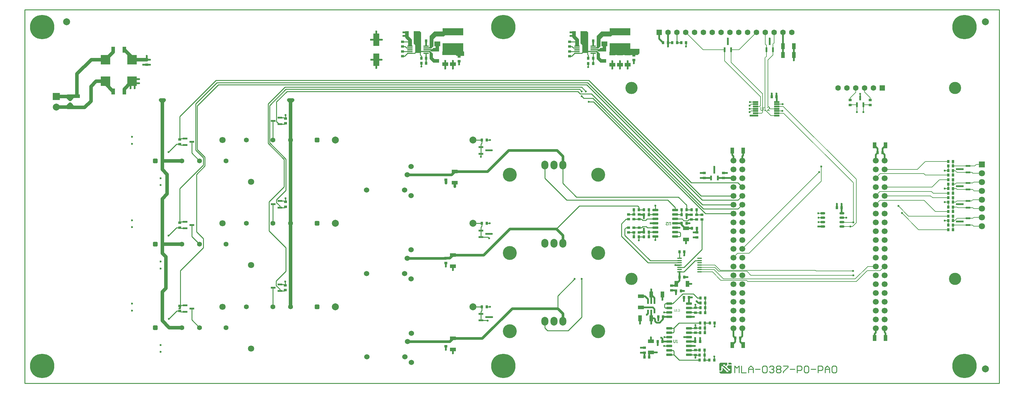
<source format=gtl>
G04 Layer_Physical_Order=1*
G04 Layer_Color=128*
%FSLAX43Y43*%
%MOMM*%
G71*
G01*
G75*
%ADD10R,2.700X2.700*%
%ADD11O,1.400X0.350*%
%ADD12R,6.000X2.000*%
%ADD13R,0.600X1.000*%
%ADD14R,0.600X1.350*%
%ADD15O,1.450X0.650*%
%ADD16R,1.800X1.340*%
%ADD17R,0.800X0.900*%
G04:AMPARAMS|DCode=18|XSize=0.45mm|YSize=1.6mm|CornerRadius=0.05mm|HoleSize=0mm|Usage=FLASHONLY|Rotation=90.000|XOffset=0mm|YOffset=0mm|HoleType=Round|Shape=RoundedRectangle|*
%AMROUNDEDRECTD18*
21,1,0.450,1.501,0,0,90.0*
21,1,0.351,1.600,0,0,90.0*
1,1,0.099,0.750,0.175*
1,1,0.099,0.750,-0.175*
1,1,0.099,-0.750,-0.175*
1,1,0.099,-0.750,0.175*
%
%ADD18ROUNDEDRECTD18*%
%ADD19R,1.800X3.550*%
%ADD20C,2.000*%
G04:AMPARAMS|DCode=21|XSize=0.65mm|YSize=1.65mm|CornerRadius=0.049mm|HoleSize=0mm|Usage=FLASHONLY|Rotation=90.000|XOffset=0mm|YOffset=0mm|HoleType=Round|Shape=RoundedRectangle|*
%AMROUNDEDRECTD21*
21,1,0.650,1.552,0,0,90.0*
21,1,0.552,1.650,0,0,90.0*
1,1,0.098,0.776,0.276*
1,1,0.098,0.776,-0.276*
1,1,0.098,-0.776,-0.276*
1,1,0.098,-0.776,0.276*
%
%ADD21ROUNDEDRECTD21*%
%ADD22R,1.700X1.000*%
%ADD23R,1.000X1.700*%
G04:AMPARAMS|DCode=24|XSize=0.3mm|YSize=1.55mm|CornerRadius=0.05mm|HoleSize=0mm|Usage=FLASHONLY|Rotation=90.000|XOffset=0mm|YOffset=0mm|HoleType=Round|Shape=RoundedRectangle|*
%AMROUNDEDRECTD24*
21,1,0.300,1.451,0,0,90.0*
21,1,0.201,1.550,0,0,90.0*
1,1,0.099,0.726,0.101*
1,1,0.099,0.726,-0.101*
1,1,0.099,-0.726,-0.101*
1,1,0.099,-0.726,0.101*
%
%ADD24ROUNDEDRECTD24*%
G04:AMPARAMS|DCode=25|XSize=1.73mm|YSize=1.9mm|CornerRadius=0.052mm|HoleSize=0mm|Usage=FLASHONLY|Rotation=0.000|XOffset=0mm|YOffset=0mm|HoleType=Round|Shape=RoundedRectangle|*
%AMROUNDEDRECTD25*
21,1,1.730,1.796,0,0,0.0*
21,1,1.626,1.900,0,0,0.0*
1,1,0.104,0.813,-0.898*
1,1,0.104,-0.813,-0.898*
1,1,0.104,-0.813,0.898*
1,1,0.104,0.813,0.898*
%
%ADD25ROUNDEDRECTD25*%
%ADD26R,1.350X0.600*%
%ADD27R,0.900X0.800*%
%ADD28C,0.500*%
%ADD29C,0.150*%
%ADD30C,0.250*%
%ADD31C,1.000*%
%ADD32C,0.200*%
%ADD33C,0.750*%
%ADD34C,0.300*%
%ADD35C,0.400*%
%ADD36C,0.254*%
%ADD37C,0.178*%
%ADD38C,0.100*%
%ADD39O,2.000X2.500*%
%ADD40C,1.800*%
%ADD41C,1.600*%
%ADD42R,1.600X1.600*%
%ADD43C,1.524*%
%ADD44C,1.700*%
%ADD45C,4.000*%
%ADD46R,2.000X2.000*%
%ADD47C,7.000*%
%ADD48R,1.800X1.800*%
%ADD49C,1.400*%
G04:AMPARAMS|DCode=50|XSize=1.4mm|YSize=1.4mm|CornerRadius=0.35mm|HoleSize=0mm|Usage=FLASHONLY|Rotation=180.000|XOffset=0mm|YOffset=0mm|HoleType=Round|Shape=RoundedRectangle|*
%AMROUNDEDRECTD50*
21,1,1.400,0.700,0,0,180.0*
21,1,0.700,1.400,0,0,180.0*
1,1,0.700,-0.350,0.350*
1,1,0.700,0.350,0.350*
1,1,0.700,0.350,-0.350*
1,1,0.700,-0.350,-0.350*
%
%ADD50ROUNDEDRECTD50*%
%ADD51C,3.500*%
%ADD52C,0.600*%
G36*
X117250Y94850D02*
X117250Y93750D01*
X117725Y93275D01*
X117725Y92300D01*
X117350Y92300D01*
X116300Y93350D01*
Y95175D01*
X116150Y95325D01*
X113800D01*
Y95675D01*
X116425D01*
X117250Y94850D01*
D02*
G37*
G36*
X201842Y5932D02*
X201843Y5928D01*
X201843Y5928D01*
X201843Y5310D01*
X201842Y5306D01*
X201841Y5306D01*
X201841Y5306D01*
X201435Y4947D01*
X201432Y4946D01*
X201428Y4947D01*
X201428Y4948D01*
X201428Y4948D01*
X201212Y5140D01*
X201212Y5140D01*
X201211Y5140D01*
X201210Y5144D01*
X201210D01*
X201210Y5225D01*
X201179Y5302D01*
X201125Y5367D01*
X201058Y5414D01*
X200975Y5437D01*
X200882Y5437D01*
X200799Y5408D01*
X200729Y5359D01*
X200670Y5279D01*
X200644Y5187D01*
X200675Y5091D01*
X200737Y5011D01*
X200804Y4965D01*
X200889Y4944D01*
X200976Y4944D01*
Y4944D01*
X200978Y4943D01*
X200976Y4944D01*
X200976Y4944D01*
X200979Y4942D01*
X202112Y3940D01*
X202113Y3940D01*
X202113Y3940D01*
X202115Y3936D01*
X202114D01*
X202114Y3847D01*
X202145Y3775D01*
X202200Y3713D01*
X202267Y3666D01*
X202350Y3641D01*
X202443Y3643D01*
X202526Y3667D01*
X202595Y3713D01*
X202657Y3793D01*
X202678Y3889D01*
X202673Y3953D01*
X202640Y4007D01*
X202588Y4061D01*
X202518Y4110D01*
X202435Y4128D01*
X202349Y4128D01*
X202345Y4130D01*
X202345Y4130D01*
X201662Y4742D01*
X201662Y4742D01*
X201660Y4746D01*
X201662Y4750D01*
X201662Y4750D01*
X201663Y4750D01*
X201663Y4750D01*
X202066Y5109D01*
X202066Y5109D01*
X202069Y5110D01*
X202069Y5110D01*
X203118Y5110D01*
X203122Y5109D01*
X203124Y5105D01*
X203124D01*
X203124Y3221D01*
X203124Y3220D01*
X203124Y3220D01*
X203124Y3220D01*
X203111Y3097D01*
X203111Y3096D01*
X203111Y3097D01*
X203111Y3096D01*
X203110Y3095D01*
X203110Y3095D01*
X203055Y2984D01*
X203054Y2982D01*
X203054Y2983D01*
X202978Y2895D01*
X202977Y2895D01*
X202977Y2895D01*
X202977Y2895D01*
X202874Y2818D01*
X202873Y2818D01*
X202873Y2818D01*
X202757Y2770D01*
X202755Y2770D01*
X202755Y2770D01*
X202755Y2770D01*
X202624Y2757D01*
X202623Y2756D01*
X202623Y2756D01*
X202623Y2757D01*
X200016Y2756D01*
X200015Y2757D01*
X200015Y2757D01*
X199994Y2762D01*
X199994Y2762D01*
X199992Y2763D01*
X199992Y2763D01*
X199992Y2763D01*
X199531Y3161D01*
X199530Y3162D01*
X199528Y3166D01*
X199529Y3166D01*
X199528Y3366D01*
X199528D01*
X199530Y3370D01*
X199534Y3372D01*
X199534Y3372D01*
X200057Y3372D01*
X200085Y3384D01*
X200087Y3385D01*
X200087Y3385D01*
X200087Y3385D01*
X200117Y3390D01*
X200187Y3452D01*
X200187Y3452D01*
X200187Y3452D01*
X200187Y3452D01*
X200187Y3452D01*
X200187Y3452D01*
X200187Y3452D01*
X200232Y3486D01*
X200276Y3534D01*
X200276Y3534D01*
X200276Y3534D01*
X200276Y3534D01*
X200332Y3584D01*
X200332Y3584D01*
X200332Y3584D01*
X200380Y3616D01*
X200426Y3657D01*
X200454Y3711D01*
X200472Y3765D01*
X200472Y4034D01*
X200472Y4034D01*
X200472Y4034D01*
X200472Y4034D01*
X200472Y4034D01*
X200472Y4034D01*
X200472Y4034D01*
X200472Y4034D01*
X200472Y4034D01*
X200472Y4034D01*
X200472Y4034D01*
X200472Y4034D01*
X200480Y4142D01*
X200480Y4416D01*
X200480D01*
X200481Y4420D01*
X200486Y4422D01*
X200489Y4420D01*
X200489Y4420D01*
X200489Y4420D01*
X201577Y3460D01*
X201578Y3460D01*
X201578Y3460D01*
X201580Y3456D01*
X201579D01*
X201579Y3380D01*
X201600Y3300D01*
X201654Y3233D01*
X201729Y3186D01*
X201814Y3163D01*
X201897Y3171D01*
X201980Y3189D01*
X202061Y3238D01*
X202104Y3292D01*
X202127Y3346D01*
X202135Y3411D01*
X202112Y3506D01*
X202053Y3589D01*
X201975Y3633D01*
X201897Y3656D01*
X201806Y3656D01*
X201802Y3657D01*
X201802Y3658D01*
X200427Y4874D01*
X200360Y4920D01*
X200299Y4933D01*
X200245Y4920D01*
X200207Y4895D01*
X200169Y4849D01*
X200154Y4772D01*
X200154Y3817D01*
X200152Y3813D01*
X200152Y3813D01*
X200152Y3813D01*
X199960Y3649D01*
X199956Y3648D01*
X199956Y3648D01*
X199534Y3648D01*
Y3648D01*
X199530Y3650D01*
X199528Y3654D01*
X199529Y3654D01*
X199528Y5477D01*
X199529Y5477D01*
X199529Y5477D01*
X199545Y5591D01*
X199545Y5592D01*
X199545Y5592D01*
X199601Y5706D01*
X199601Y5707D01*
X199601Y5707D01*
X199677Y5802D01*
X199678Y5803D01*
X199679Y5803D01*
X199679Y5803D01*
X199782Y5872D01*
X199783Y5872D01*
X199783Y5872D01*
X199898Y5920D01*
X199900Y5920D01*
X199900Y5920D01*
X199900Y5920D01*
X200032Y5933D01*
X200032Y5933D01*
X200032Y5934D01*
X200032Y5933D01*
X201838Y5934D01*
X201842Y5932D01*
D02*
G37*
G36*
X126000Y95600D02*
X126200Y95400D01*
Y94200D01*
X124100D01*
X123800Y94500D01*
X120000D01*
Y96200D01*
X126000D01*
Y95600D01*
D02*
G37*
G36*
X165250Y94850D02*
X165250Y93750D01*
X165725Y93275D01*
X165725Y92300D01*
X165350Y92300D01*
X164300Y93350D01*
Y95175D01*
X164150Y95325D01*
X161800D01*
Y95675D01*
X164425D01*
X165250Y94850D01*
D02*
G37*
G36*
X200187Y3452D02*
X200187Y3452D01*
X200187Y3452D01*
X200187Y3452D01*
D01*
X200187Y3452D01*
X200187Y3452D01*
D02*
G37*
G36*
X200187Y3452D02*
X200187Y3452D01*
X200187Y3452D01*
X200187Y3452D01*
D02*
G37*
G36*
X202756Y5912D02*
X202872Y5865D01*
X202974Y5796D01*
X203051Y5701D01*
X203106Y5588D01*
X203114Y5517D01*
X203032Y5390D01*
X202608D01*
X202461Y5398D01*
X202171D01*
Y5925D01*
X202624Y5925D01*
X202756Y5912D01*
D02*
G37*
G36*
X200980Y4943D02*
X200979Y4942D01*
X200979Y4943D01*
X200978Y4943D01*
X200980Y4943D01*
D02*
G37*
G36*
X176600Y95000D02*
X176100Y94500D01*
X173900Y94500D01*
X168000Y94500D01*
Y96200D01*
X176600D01*
X176600Y95000D01*
D02*
G37*
G36*
X161850Y101000D02*
Y96750D01*
X160150D01*
Y97350D01*
X159700Y97800D01*
Y101350D01*
X161500D01*
X161850Y101000D01*
D02*
G37*
G36*
X113850D02*
Y96750D01*
X112150D01*
Y97350D01*
X111700Y97800D01*
Y101350D01*
X113500D01*
X113850Y101000D01*
D02*
G37*
G36*
X159200Y97000D02*
X158100D01*
Y98700D01*
X159200D01*
Y97000D01*
D02*
G37*
G36*
X111200D02*
X110100D01*
Y98700D01*
X111200D01*
Y97000D01*
D02*
G37*
G36*
X165550Y95500D02*
X164825Y95500D01*
X164500Y95825D01*
X163500Y95825D01*
Y96175D01*
X165025D01*
X165350Y96500D01*
X165550D01*
Y95500D01*
D02*
G37*
G36*
X117550D02*
X116825Y95500D01*
X116500Y95825D01*
X115500Y95825D01*
Y96175D01*
X117025D01*
X117350Y96500D01*
X117550D01*
Y95500D01*
D02*
G37*
G36*
X168750Y100150D02*
X168400Y99800D01*
X166200D01*
X165375Y98975D01*
Y96975D01*
X164725Y96325D01*
X163325D01*
Y96675D01*
X164175D01*
X164300Y96800D01*
Y99900D01*
X165600Y101200D01*
X168750D01*
X168750Y100150D01*
D02*
G37*
G36*
X120750D02*
X120400Y99800D01*
X118200D01*
X117375Y98975D01*
Y96975D01*
X116725Y96325D01*
X115325D01*
Y96675D01*
X116175D01*
X116300Y96800D01*
Y99900D01*
X117600Y101200D01*
X120750D01*
X120750Y100150D01*
D02*
G37*
D10*
X23190Y93110D02*
D03*
X30810D02*
D03*
Y86890D02*
D03*
X23190D02*
D03*
D11*
X193875Y32050D02*
D03*
Y32700D02*
D03*
Y33350D02*
D03*
Y34000D02*
D03*
Y34650D02*
D03*
Y35300D02*
D03*
Y35950D02*
D03*
X188125Y32050D02*
D03*
Y32700D02*
D03*
Y33350D02*
D03*
Y34000D02*
D03*
Y34650D02*
D03*
Y35300D02*
D03*
Y35950D02*
D03*
D12*
X171000Y101150D02*
D03*
Y96850D02*
D03*
X123000Y101150D02*
D03*
Y96850D02*
D03*
D13*
X179050Y23375D02*
D03*
X180000D02*
D03*
X180950D02*
D03*
Y20625D02*
D03*
X180000D02*
D03*
X179050D02*
D03*
D14*
X240000Y82075D02*
D03*
X240950Y80125D02*
D03*
X239050D02*
D03*
X198130Y61045D02*
D03*
X199080Y59095D02*
D03*
X197180D02*
D03*
X214000Y97975D02*
D03*
X214950Y96025D02*
D03*
X213050D02*
D03*
X202000Y97975D02*
D03*
X202950Y96025D02*
D03*
X201050D02*
D03*
D15*
X229275Y48905D02*
D03*
Y47635D02*
D03*
Y46365D02*
D03*
Y45095D02*
D03*
X234725Y48905D02*
D03*
Y47635D02*
D03*
Y46365D02*
D03*
Y45095D02*
D03*
D16*
X166500Y97670D02*
D03*
Y100530D02*
D03*
X118500Y97670D02*
D03*
Y100530D02*
D03*
D17*
X194000Y17300D02*
D03*
X195400D02*
D03*
X179400Y7500D02*
D03*
X178000D02*
D03*
X198200Y17300D02*
D03*
X196800D02*
D03*
X265300Y44200D02*
D03*
X266700D02*
D03*
X265300Y48100D02*
D03*
X266700D02*
D03*
X265300Y49400D02*
D03*
X266700D02*
D03*
X265300Y53400D02*
D03*
X266700D02*
D03*
X265300Y54700D02*
D03*
X266700D02*
D03*
X265300Y58600D02*
D03*
X266700D02*
D03*
X265300Y59900D02*
D03*
X266700D02*
D03*
X265300Y63800D02*
D03*
X266700D02*
D03*
Y62500D02*
D03*
X265300D02*
D03*
X266700Y61200D02*
D03*
X265300D02*
D03*
X266700Y57300D02*
D03*
X265300D02*
D03*
X266700Y56000D02*
D03*
X265300D02*
D03*
X195300Y9500D02*
D03*
X193900D02*
D03*
Y6700D02*
D03*
X195300D02*
D03*
Y8100D02*
D03*
X193900D02*
D03*
X189400Y24700D02*
D03*
X190800D02*
D03*
X182000Y19100D02*
D03*
X183400D02*
D03*
X194000Y12000D02*
D03*
X192600D02*
D03*
X188600Y98000D02*
D03*
X190000D02*
D03*
X187400D02*
D03*
X186000D02*
D03*
X266700Y52100D02*
D03*
X265300D02*
D03*
X266700Y50700D02*
D03*
X265300D02*
D03*
X266700Y46800D02*
D03*
X265300D02*
D03*
X266700Y45500D02*
D03*
X265300D02*
D03*
X113900Y93500D02*
D03*
X115300D02*
D03*
Y92100D02*
D03*
X113900D02*
D03*
X161900Y93500D02*
D03*
X163300D02*
D03*
Y92000D02*
D03*
X161900D02*
D03*
X132700Y70000D02*
D03*
X131300D02*
D03*
X190100Y48500D02*
D03*
X188700D02*
D03*
Y49900D02*
D03*
X190100D02*
D03*
X132700Y46000D02*
D03*
X131300D02*
D03*
X177900Y48500D02*
D03*
X179300D02*
D03*
Y49900D02*
D03*
X177900D02*
D03*
X132700Y22000D02*
D03*
X131300D02*
D03*
X177900Y43500D02*
D03*
X179300D02*
D03*
Y42100D02*
D03*
X177900D02*
D03*
X195500Y20300D02*
D03*
X194100D02*
D03*
Y24500D02*
D03*
X195500D02*
D03*
Y21700D02*
D03*
X194100D02*
D03*
X195400Y14500D02*
D03*
X194000D02*
D03*
X195400Y15900D02*
D03*
X194000D02*
D03*
X191700Y44600D02*
D03*
X193100D02*
D03*
X214600Y82400D02*
D03*
X216000D02*
D03*
X184800Y98000D02*
D03*
X183400D02*
D03*
X110700Y98700D02*
D03*
X112100D02*
D03*
X116700Y98500D02*
D03*
X115300D02*
D03*
X160100Y98800D02*
D03*
X158700D02*
D03*
X164700Y98500D02*
D03*
X163300D02*
D03*
X233300Y50500D02*
D03*
X234700D02*
D03*
X246430Y66370D02*
D03*
X245030D02*
D03*
X204130Y12970D02*
D03*
X205530D02*
D03*
X190100Y46000D02*
D03*
X188700D02*
D03*
X189500Y30500D02*
D03*
X188100D02*
D03*
X188500Y26600D02*
D03*
X187100D02*
D03*
X191600Y49900D02*
D03*
X193000D02*
D03*
X176400D02*
D03*
X175000D02*
D03*
X189500Y37800D02*
D03*
X188100D02*
D03*
X176400Y42100D02*
D03*
X175000D02*
D03*
X181800Y12000D02*
D03*
X183200D02*
D03*
X196700Y6700D02*
D03*
X198100D02*
D03*
X195500Y23100D02*
D03*
X194100D02*
D03*
D18*
X209950Y80950D02*
D03*
Y80300D02*
D03*
Y79650D02*
D03*
Y79000D02*
D03*
Y78350D02*
D03*
Y77700D02*
D03*
Y77050D02*
D03*
X216050Y80950D02*
D03*
Y80300D02*
D03*
Y79650D02*
D03*
Y79000D02*
D03*
Y78350D02*
D03*
Y77700D02*
D03*
Y77050D02*
D03*
D19*
X101000Y98875D02*
D03*
Y93125D02*
D03*
D20*
X12000Y104000D02*
D03*
X276000Y4100D02*
D03*
Y104000D02*
D03*
X89250Y22000D02*
D03*
X128750D02*
D03*
X9000Y79500D02*
D03*
X89250Y70000D02*
D03*
X128750D02*
D03*
X89250Y46000D02*
D03*
X128750D02*
D03*
D21*
X185175Y15810D02*
D03*
Y14540D02*
D03*
Y13270D02*
D03*
Y12000D02*
D03*
Y10730D02*
D03*
Y9460D02*
D03*
Y8190D02*
D03*
X190825Y15810D02*
D03*
Y14540D02*
D03*
Y13270D02*
D03*
Y12000D02*
D03*
Y10730D02*
D03*
Y9460D02*
D03*
Y8190D02*
D03*
X185175Y22905D02*
D03*
Y21635D02*
D03*
Y20365D02*
D03*
Y19095D02*
D03*
X190825Y22905D02*
D03*
Y21635D02*
D03*
Y20365D02*
D03*
Y19095D02*
D03*
X186825Y42190D02*
D03*
Y43460D02*
D03*
Y44730D02*
D03*
Y46000D02*
D03*
Y47270D02*
D03*
Y48540D02*
D03*
Y49810D02*
D03*
X181175Y42190D02*
D03*
Y43460D02*
D03*
Y44730D02*
D03*
Y46000D02*
D03*
Y47270D02*
D03*
Y48540D02*
D03*
Y49810D02*
D03*
D22*
X179900Y8900D02*
D03*
Y12100D02*
D03*
X177000Y25000D02*
D03*
Y21800D02*
D03*
X118200Y96000D02*
D03*
Y92800D02*
D03*
X166200Y96000D02*
D03*
Y92800D02*
D03*
X123000Y95000D02*
D03*
Y91800D02*
D03*
X120800Y95000D02*
D03*
Y91800D02*
D03*
X173200Y94900D02*
D03*
Y91700D02*
D03*
X171000Y94900D02*
D03*
Y91700D02*
D03*
X168800Y94900D02*
D03*
Y91700D02*
D03*
X15000Y82600D02*
D03*
Y79400D02*
D03*
X190000Y44600D02*
D03*
Y41400D02*
D03*
X123500Y60900D02*
D03*
Y57700D02*
D03*
X123000Y36900D02*
D03*
Y33700D02*
D03*
Y12900D02*
D03*
Y9700D02*
D03*
D23*
X28600Y96000D02*
D03*
X25400D02*
D03*
X180000Y18700D02*
D03*
X176800D02*
D03*
X180000Y25500D02*
D03*
X183200D02*
D03*
X221000Y97000D02*
D03*
X217800D02*
D03*
X221000Y94500D02*
D03*
X217800D02*
D03*
X28600Y84000D02*
D03*
X25400D02*
D03*
X109800Y100500D02*
D03*
X113000D02*
D03*
X157800Y100500D02*
D03*
X161000D02*
D03*
X203230Y66970D02*
D03*
X206430D02*
D03*
X247330Y12970D02*
D03*
X244130D02*
D03*
Y68470D02*
D03*
X247330D02*
D03*
X206430Y10970D02*
D03*
X203230D02*
D03*
X187200Y28600D02*
D03*
X190400D02*
D03*
D24*
X163325Y97000D02*
D03*
X158675D02*
D03*
Y96500D02*
D03*
Y96000D02*
D03*
Y95500D02*
D03*
Y95000D02*
D03*
X163325Y96500D02*
D03*
Y96000D02*
D03*
Y95500D02*
D03*
Y95000D02*
D03*
X115325Y97000D02*
D03*
X110675D02*
D03*
Y96500D02*
D03*
Y96000D02*
D03*
Y95500D02*
D03*
Y95000D02*
D03*
X115325Y96500D02*
D03*
Y96000D02*
D03*
Y95500D02*
D03*
Y95000D02*
D03*
D25*
X161000Y96000D02*
D03*
X113000D02*
D03*
D26*
X132975Y67000D02*
D03*
X131025Y66050D02*
D03*
Y67950D02*
D03*
X132975Y43000D02*
D03*
X131025Y42050D02*
D03*
Y43950D02*
D03*
X132975Y19000D02*
D03*
X131025Y18050D02*
D03*
Y19950D02*
D03*
X47975Y69500D02*
D03*
X46025Y68550D02*
D03*
Y70450D02*
D03*
X71325Y75500D02*
D03*
X73275Y76450D02*
D03*
Y74550D02*
D03*
X47975Y45500D02*
D03*
X46025Y44550D02*
D03*
Y46450D02*
D03*
X71325Y51500D02*
D03*
X73275Y52450D02*
D03*
Y50550D02*
D03*
X47975Y21500D02*
D03*
X46025Y20550D02*
D03*
Y22450D02*
D03*
X71325Y27500D02*
D03*
X73275Y28450D02*
D03*
Y26550D02*
D03*
X269025Y61600D02*
D03*
X270975Y62550D02*
D03*
Y60650D02*
D03*
X269025Y56700D02*
D03*
X270975Y57650D02*
D03*
Y55750D02*
D03*
X269025Y51500D02*
D03*
X270975Y52450D02*
D03*
Y50550D02*
D03*
X269025Y46500D02*
D03*
X270975Y47450D02*
D03*
Y45550D02*
D03*
D27*
X44500Y70200D02*
D03*
Y68800D02*
D03*
X74900Y74800D02*
D03*
Y76200D02*
D03*
X237100Y81500D02*
D03*
Y80100D02*
D03*
X44500Y46200D02*
D03*
Y44800D02*
D03*
X74900Y50800D02*
D03*
Y52200D02*
D03*
X242900Y81500D02*
D03*
Y80100D02*
D03*
X44500Y22200D02*
D03*
Y20800D02*
D03*
X74800Y26800D02*
D03*
Y28200D02*
D03*
X108500Y98300D02*
D03*
Y96900D02*
D03*
X156500Y98300D02*
D03*
Y96900D02*
D03*
X193000Y48500D02*
D03*
Y47100D02*
D03*
X194500D02*
D03*
Y48500D02*
D03*
X175000Y48600D02*
D03*
Y47200D02*
D03*
X173500D02*
D03*
Y48600D02*
D03*
X175000Y43400D02*
D03*
Y44800D02*
D03*
X173500D02*
D03*
Y43400D02*
D03*
X185800Y28100D02*
D03*
Y26700D02*
D03*
X108500Y95500D02*
D03*
Y94100D02*
D03*
X124750Y94050D02*
D03*
Y92650D02*
D03*
X156500Y94100D02*
D03*
Y95500D02*
D03*
X175000Y93000D02*
D03*
Y94400D02*
D03*
X35000Y91700D02*
D03*
Y93100D02*
D03*
X13000Y80300D02*
D03*
Y81700D02*
D03*
X200730Y60470D02*
D03*
Y59070D02*
D03*
X195230Y60470D02*
D03*
Y59070D02*
D03*
X193100Y42000D02*
D03*
Y43400D02*
D03*
X121000Y58600D02*
D03*
Y60000D02*
D03*
X191500Y48500D02*
D03*
Y47100D02*
D03*
X121000Y34600D02*
D03*
Y36000D02*
D03*
X176500Y48600D02*
D03*
Y47200D02*
D03*
X121000Y10600D02*
D03*
Y12000D02*
D03*
X176500Y43400D02*
D03*
Y44800D02*
D03*
X178000Y10200D02*
D03*
Y8800D02*
D03*
X192700Y9500D02*
D03*
Y8100D02*
D03*
Y20300D02*
D03*
Y21700D02*
D03*
Y14500D02*
D03*
Y15900D02*
D03*
D28*
X217800Y94500D02*
Y97000D01*
X221000Y94500D02*
Y97000D01*
X183400Y18400D02*
Y19100D01*
X182400Y17400D02*
X183400Y18400D01*
X181500Y17400D02*
X182400D01*
X181100Y17800D02*
X181500Y17400D01*
X181100Y17800D02*
Y18400D01*
X180800Y18700D02*
X181100Y18400D01*
X180000Y18700D02*
X180800D01*
X184790Y101000D02*
X184800Y101010D01*
X198130Y61045D02*
Y62270D01*
X200730Y60470D02*
X201770D01*
X194230D02*
X195230D01*
X194230Y59070D02*
X195230D01*
X195255Y59095D01*
X197180D01*
X200705D02*
X200730Y59070D01*
X199080Y59095D02*
X200705D01*
X203510Y59070D02*
X203560Y59020D01*
X200730Y59070D02*
X203510D01*
X192200Y43400D02*
X193100D01*
X192200Y42000D02*
X193100D01*
X190000Y40300D02*
Y41400D01*
X193100Y43400D02*
Y44600D01*
X190000D02*
X191700D01*
X189700D02*
X190000D01*
X188700Y45600D02*
X189700Y44600D01*
X188700Y45600D02*
Y46000D01*
X186825Y44730D02*
X188130D01*
X176500Y48600D02*
X176600Y48500D01*
X177900D01*
Y47500D02*
Y48500D01*
X179800Y46000D02*
X181175D01*
X176500Y43400D02*
X176600Y43500D01*
X177900D01*
Y44500D01*
X190100Y46000D02*
X191000D01*
X186825Y46000D02*
X186825Y46000D01*
X188700D01*
X191500Y48500D02*
X191500Y48500D01*
X190100Y48500D02*
X191500D01*
X190100Y47500D02*
Y48500D01*
X190800Y22930D02*
Y24700D01*
Y22930D02*
X190825Y22905D01*
X183400Y19100D02*
X185170D01*
X185175Y19095D01*
X190825D02*
X192295D01*
X189400Y23700D02*
Y24700D01*
X182000Y18100D02*
Y19100D01*
X190825Y12000D02*
X192600D01*
X190825Y12000D02*
X190825Y12000D01*
X194000D02*
Y13000D01*
X190825Y10730D02*
X192470D01*
X183200Y12000D02*
X185175D01*
X185175Y12000D01*
X181800Y11000D02*
Y12000D01*
X193500Y23100D02*
X194100D01*
X193000Y23600D02*
X193500Y23100D01*
X267800Y56700D02*
X269025D01*
X267800Y61600D02*
X269025D01*
X267800Y46500D02*
X269025D01*
X267800Y51500D02*
X269025D01*
X202000Y97975D02*
Y99200D01*
X214000Y97975D02*
Y99200D01*
X216050Y80950D02*
Y82350D01*
X216000Y82400D02*
X216050Y82350D01*
X214600Y82400D02*
Y83400D01*
X216000Y82400D02*
X216000Y82400D01*
X216000Y82400D02*
Y83400D01*
X208550Y77050D02*
X209950D01*
X244460Y65800D02*
X245030Y66370D01*
X244460Y64100D02*
Y65800D01*
X246430Y66370D02*
X247000Y65800D01*
Y64100D02*
Y65800D01*
X245030Y66370D02*
Y67570D01*
X244130Y68470D02*
X245030Y67570D01*
X246430Y66370D02*
Y67570D01*
X247330Y68470D01*
X206100Y64100D02*
Y65300D01*
X206430Y65630D01*
Y66970D01*
X203560Y64100D02*
Y65340D01*
X203230Y65670D02*
X203560Y65340D01*
X203230Y65670D02*
Y66970D01*
X203560Y13540D02*
Y15840D01*
Y13540D02*
X204130Y12970D01*
X206100Y13540D02*
Y15840D01*
X205530Y12970D02*
X206100Y13540D01*
X203230Y10970D02*
X204130Y11870D01*
Y12970D01*
X205530Y11870D02*
X206430Y10970D01*
X205530Y11870D02*
Y12970D01*
X244460Y14560D02*
Y15840D01*
X244130Y14230D02*
X244460Y14560D01*
X244130Y12970D02*
Y14230D01*
X247000Y14700D02*
Y15840D01*
Y14700D02*
X247330Y14370D01*
Y12970D02*
Y14370D01*
X234700Y48930D02*
Y50500D01*
Y48930D02*
X234725Y48905D01*
X234700Y50500D02*
Y51600D01*
X233300Y50500D02*
Y51600D01*
X228005Y45095D02*
X229275D01*
X132975Y67000D02*
X134200D01*
X121000Y33600D02*
Y34600D01*
X123000Y32600D02*
Y33700D01*
X121000Y9600D02*
Y10600D01*
X123000Y8600D02*
Y9700D01*
X132975Y43000D02*
X134200D01*
X132975Y19000D02*
X134300D01*
X34000Y91700D02*
X35000D01*
X36000D01*
X31600Y84900D02*
Y86100D01*
X30810Y86890D02*
X31600Y86100D01*
X30400Y84900D02*
Y86480D01*
X30600Y86680D01*
X31800Y86300D02*
X32800D01*
X31600Y86100D02*
X31800Y86300D01*
X31420Y87500D02*
X32800D01*
X30810Y86890D02*
X31420Y87500D01*
X115300Y98500D02*
X115325Y98475D01*
Y97100D02*
Y98475D01*
X123000Y91800D02*
Y92800D01*
Y90600D02*
Y91800D01*
X120800D02*
Y92800D01*
Y90600D02*
Y91800D01*
X124750Y91750D02*
Y92650D01*
X163325Y97100D02*
Y98475D01*
X99525Y93125D02*
X101000D01*
X102475D01*
X101000Y90700D02*
Y93125D01*
X168800Y91700D02*
Y92700D01*
Y90600D02*
Y91700D01*
X171000D02*
Y92700D01*
Y90600D02*
Y91700D01*
X173200D02*
Y92700D01*
Y90600D02*
Y91700D01*
X175000Y92100D02*
Y93000D01*
X185800Y26700D02*
X187000D01*
X187100Y26600D01*
Y25600D02*
Y26600D01*
X185800Y28100D02*
X186700D01*
X187200Y28600D01*
X188100Y29500D01*
Y30500D01*
Y32050D01*
X189500Y30500D02*
X190400D01*
X190400Y28600D02*
X191500D01*
X188500Y26600D02*
X189400D01*
X190800Y24700D02*
X191700D01*
X183200Y12000D02*
Y12800D01*
X182900Y13100D02*
X183200Y12800D01*
X189430Y13270D02*
X190825D01*
X192600Y12000D02*
Y13000D01*
X179400Y7500D02*
Y8400D01*
X179900Y8900D01*
X178000Y7500D02*
Y8800D01*
X178000Y8800D01*
X177000D02*
X178000D01*
X177000Y10200D02*
X178000D01*
X179900Y8900D02*
X181600D01*
X179900Y12100D02*
Y13200D01*
X180000Y23375D02*
Y25500D01*
X180000Y25500D01*
X180950Y23375D02*
Y24550D01*
X180000Y25500D02*
X180950Y24550D01*
X180000Y25500D02*
Y27000D01*
X180000Y18700D02*
Y20625D01*
Y17200D02*
Y18700D01*
X176800Y17200D02*
Y18700D01*
X179050Y20050D02*
Y20625D01*
X178700Y19700D02*
X179050Y20050D01*
X180950Y20625D02*
Y21350D01*
X180500Y21800D02*
X180950Y21350D01*
X177000Y21800D02*
X180500D01*
X179050Y23375D02*
Y24150D01*
X178200Y25000D02*
X179050Y24150D01*
X177000Y25000D02*
X178200D01*
X183200Y24000D02*
Y25500D01*
X34990Y93110D02*
Y94190D01*
X35000Y93100D02*
X36000D01*
X99425Y98875D02*
X101000D01*
X102575D01*
X101000D02*
Y101200D01*
X109300Y100000D02*
X109800Y100500D01*
X108800Y100000D02*
X109300D01*
X109300Y101000D02*
X109800Y100500D01*
X108800Y101000D02*
X109300D01*
X156800D02*
X157300D01*
X157800Y100500D01*
X156800Y100000D02*
X157300D01*
X157800Y100500D01*
X184800Y98000D02*
Y100990D01*
X184790Y101000D02*
X184800Y100990D01*
Y96900D02*
Y98000D01*
X182250Y99150D02*
Y101000D01*
Y99150D02*
X183400Y98000D01*
X217800Y97000D02*
Y100990D01*
X217810Y101000D01*
X221000Y92900D02*
Y94500D01*
D29*
X208300Y78000D02*
X208650Y78350D01*
X209950D01*
X208300Y79900D02*
X208700Y80300D01*
X209950D01*
X238730Y83730D02*
Y85000D01*
X237100Y82100D02*
X238730Y83730D01*
X237100Y81500D02*
Y82100D01*
X241270Y83830D02*
Y85000D01*
Y83830D02*
X242900Y82200D01*
Y81500D02*
Y82200D01*
X242875Y80125D02*
X242900Y80100D01*
X240950Y80125D02*
X242875D01*
X237100Y80100D02*
X237125Y80125D01*
X239050D01*
X240900Y80075D02*
X240950Y80125D01*
X240900Y78000D02*
Y80075D01*
X239050Y80125D02*
X239100Y80075D01*
Y78000D02*
Y80075D01*
X228800Y58100D02*
Y62400D01*
X206100Y38700D02*
X228200Y60800D01*
X208100Y37400D02*
X228800Y58100D01*
X203560Y36160D02*
X204800Y37400D01*
X208100D01*
X193875Y34000D02*
X198300D01*
X199800Y32500D01*
X193875Y33350D02*
X198250D01*
X199400Y32200D01*
X207500D01*
X193875Y32700D02*
X198000D01*
X200695Y30005D01*
X193875Y32050D02*
X197550D01*
X199985Y29615D01*
X207385D01*
X207700Y29300D01*
X245780Y32400D02*
X247000Y33620D01*
X207700Y29300D02*
X238900D01*
X242000Y32400D01*
X245780D01*
X200695Y30005D02*
X238605D01*
X242220Y33620D01*
X244460D01*
X208620Y31080D02*
X238020D01*
X199800Y32500D02*
X227100D01*
X227300Y32300D01*
X238000D01*
X207500Y32200D02*
X208620Y31080D01*
X209869Y80381D02*
X209950Y80300D01*
X234770Y46320D02*
X238020D01*
X234725Y46365D02*
X234770Y46320D01*
X234725Y45095D02*
X237195D01*
X237795D02*
X238900Y46200D01*
X237195Y45095D02*
X237795D01*
X227995Y48905D02*
X229275D01*
X228035Y47635D02*
X229275D01*
X228035Y46365D02*
X229275D01*
X234725Y47635D02*
X236035D01*
X216050Y77700D02*
X218000D01*
X238020Y57680D01*
Y46320D02*
Y57680D01*
X216050Y79650D02*
X217950D01*
X238900Y58700D01*
Y46200D02*
Y58700D01*
X186425Y12475D02*
Y11808D01*
X186558Y11675D01*
X186825D01*
X186958Y11808D01*
Y12475D01*
X187225Y11675D02*
X187491D01*
X187358D01*
Y12475D01*
X187225Y12341D01*
X185575Y45525D02*
Y46192D01*
X185442Y46325D01*
X185175D01*
X185042Y46192D01*
Y45525D01*
X184242Y46325D02*
X184775D01*
X184242Y45792D01*
Y45659D01*
X184375Y45525D01*
X184642D01*
X184775Y45659D01*
D30*
X240000Y82075D02*
Y83300D01*
X162000Y81000D02*
X163400D01*
X160000Y82600D02*
X160600Y82000D01*
X163200D01*
X162800Y83300D02*
X194700Y51400D01*
X159600Y83300D02*
X162800D01*
X158900Y84000D02*
X159600Y83300D01*
X160000Y85200D02*
X161200Y84000D01*
X159400Y84600D02*
X160000Y84000D01*
X163400Y81000D02*
X195540Y48860D01*
X203560D01*
X163200Y82000D02*
X195000Y50200D01*
X204900D01*
X206100Y51400D01*
X75300Y84000D02*
X158900D01*
X194700Y51400D02*
X203560D01*
X161400Y85900D02*
X194600Y52700D01*
X55200Y86500D02*
X161700D01*
X49100Y80400D02*
X55200Y86500D01*
X161700D02*
X194260Y53940D01*
X194600Y52700D02*
X204860D01*
X206100Y53940D01*
X194260D02*
X203560D01*
X54900Y87200D02*
X162000D01*
X191500Y57700D01*
X204880D01*
X206100Y56480D01*
X153100Y21500D02*
Y25100D01*
X158000Y30000D01*
X149450Y15850D02*
Y17800D01*
Y15850D02*
X150200Y15100D01*
X156100D01*
X160000Y19000D01*
Y30000D01*
X154550Y57550D02*
Y62800D01*
Y57550D02*
X158500Y53600D01*
X187800D01*
X190100Y51300D01*
Y49900D02*
Y51300D01*
X149450Y58950D02*
Y62800D01*
Y58950D02*
X155700Y52700D01*
X184700D01*
X186825Y50575D01*
Y49810D02*
Y50575D01*
X176400Y41100D02*
Y42100D01*
X181175Y41225D02*
Y42190D01*
Y49810D02*
X181200Y49835D01*
Y51100D01*
X152700Y44400D02*
X159300Y51000D01*
X176100D01*
X176400Y50700D01*
Y49900D02*
Y50700D01*
X172700Y47200D02*
X173500D01*
X171400Y45900D02*
X172700Y47200D01*
X171400Y42300D02*
Y45900D01*
X179050Y34650D02*
X188125D01*
X171400Y42300D02*
X179050Y34650D01*
X179700Y35300D02*
X188125D01*
X172400Y42600D02*
X179700Y35300D01*
X172400Y42600D02*
Y44400D01*
X172800Y44800D01*
X173500D01*
X194500Y38500D02*
Y47100D01*
X189350Y33350D02*
X194500Y38500D01*
X188125Y33350D02*
X189350D01*
X188400Y42400D02*
Y43200D01*
X188190Y42190D02*
X188400Y42400D01*
X186825Y42190D02*
X188190D01*
X188140Y43460D02*
X188400Y43200D01*
X186825Y43460D02*
X188140D01*
X176500Y47200D02*
X177200D01*
X177500Y46900D01*
X178400D01*
X178770Y47270D01*
X181175D01*
X175000Y47200D02*
X176500D01*
X173500Y48600D02*
X175000D01*
X175000Y48600D02*
X175000Y48600D01*
X175000Y48600D02*
Y49900D01*
X176400D02*
X177900D01*
X179300Y48500D02*
Y49900D01*
Y48500D02*
X179340Y48540D01*
X181175D01*
X176500Y44800D02*
X177200D01*
X177500Y45100D01*
X178500D01*
X178870Y44730D01*
X181175D01*
X175000Y44800D02*
X176500D01*
X173500Y43400D02*
X175000D01*
X175000Y43400D02*
X175000Y43400D01*
X175000Y42100D02*
Y43400D01*
X176400Y42100D02*
X177900D01*
X179300D02*
Y43500D01*
X179340Y43460D01*
X181175D01*
X190800Y47100D02*
X191500D01*
X190500Y46800D02*
X190800Y47100D01*
X189300Y46800D02*
X190500D01*
X188830Y47270D02*
X189300Y46800D01*
X186825Y47270D02*
X188830D01*
X191500Y47100D02*
X193000D01*
Y48500D02*
X194500D01*
X193000D02*
Y49900D01*
X190100D02*
X191600D01*
X188700Y48500D02*
Y49900D01*
X188660Y48540D02*
X188700Y48500D01*
X186825Y48540D02*
X188660D01*
X49500Y67300D02*
Y79800D01*
Y67300D02*
X51700Y65100D01*
Y62500D02*
Y65100D01*
X49300Y60100D02*
X51700Y62500D01*
X49300Y43600D02*
Y60100D01*
X49100Y67100D02*
X51300Y64900D01*
Y62800D02*
Y64900D01*
X44500Y56000D02*
X51300Y62800D01*
X44500Y46200D02*
Y56000D01*
X44675Y22375D02*
X44750Y22450D01*
X44500Y22200D02*
X44675Y22375D01*
Y32375D01*
Y21475D02*
Y22375D01*
X49300Y43600D02*
X51300Y41600D01*
Y39000D02*
Y41600D01*
X44675Y32375D02*
X51300Y39000D01*
X44150Y21475D02*
X44675D01*
X44150D02*
X44500Y21825D01*
Y22200D01*
X47975Y66225D02*
X50200Y64000D01*
X47975Y66225D02*
Y69500D01*
X44500Y70200D02*
X44750Y70450D01*
X46025D01*
X41300Y66500D02*
X43600Y68800D01*
X44500D01*
X44750Y68550D01*
X46025D01*
X47975Y42225D02*
X50200Y40000D01*
X47975Y42225D02*
Y45500D01*
X44500Y46200D02*
X44750Y46450D01*
X46025D01*
X44500Y44800D02*
X44750Y44550D01*
X46025D01*
X41300Y42500D02*
X43600Y44800D01*
X44500D01*
X47975Y18225D02*
X50200Y16000D01*
X47975Y18225D02*
Y21500D01*
X41400Y18500D02*
X43700Y20800D01*
X44500D01*
X44750Y22450D02*
X46025D01*
X44500Y20800D02*
X44750Y20550D01*
X46025D01*
X72300Y75300D02*
Y81000D01*
Y75300D02*
X73050Y74550D01*
X73275D01*
X74650D01*
X74900Y74800D01*
X71300Y75475D02*
X71325Y75500D01*
X71300Y70000D02*
Y75475D01*
X73050Y26550D02*
X73275D01*
X74550D01*
X74800Y26800D01*
X73050Y50550D02*
X73275D01*
X74650D01*
X74900Y50800D01*
X71300Y51475D02*
X71325Y51500D01*
X71300Y46000D02*
Y51475D01*
Y27475D02*
X71325Y27500D01*
X71300Y22000D02*
Y27475D01*
X190825Y15810D02*
X192610D01*
X192700Y15900D01*
X194000D01*
X194000Y15900D01*
X190825Y14540D02*
X192660D01*
X192700Y14500D01*
X194000D01*
X195400D02*
Y15900D01*
Y17300D01*
X196800D01*
X196800Y17300D01*
X190825Y21635D02*
X192635D01*
X192700Y21700D01*
X190825Y20365D02*
X192635D01*
X192700Y20300D01*
Y21700D02*
X194100D01*
X194100Y21700D01*
X192700Y20300D02*
X194100D01*
X194100Y20300D01*
X195500D02*
Y21700D01*
Y23100D01*
Y24500D01*
X193300D02*
X194100D01*
X192100Y25700D02*
X193300Y24500D01*
X189000Y25700D02*
X192100D01*
X186200Y22900D02*
X189000Y25700D01*
X185180Y22900D02*
X186200D01*
X185175Y22905D02*
X185180Y22900D01*
X184065Y21635D02*
X185175D01*
X183800Y21900D02*
X184065Y21635D01*
X183800Y21900D02*
Y22700D01*
X184005Y22905D01*
X185175D01*
X190825Y9460D02*
X192660D01*
X192700Y9500D01*
X193900D01*
X190825Y8190D02*
X192610D01*
X192700Y8100D01*
X193900D01*
X193900Y8100D01*
X195300Y6700D02*
Y8100D01*
Y9500D01*
Y6700D02*
X196700D01*
X185175Y8190D02*
X186510D01*
Y9190D01*
X186240Y9460D02*
X186510Y9190D01*
X185175Y9460D02*
X186240D01*
X186510Y8190D02*
X188000Y6700D01*
X193900D01*
X192700Y7300D02*
Y8100D01*
X198100Y6700D02*
Y7700D01*
X187900Y17300D02*
X194000D01*
X186500Y15900D02*
X187900Y17300D01*
X186500Y14800D02*
Y15900D01*
X186240Y14540D02*
X186500Y14800D01*
X185175Y14540D02*
X186240D01*
X185175Y15810D02*
X186410D01*
X186500Y15900D01*
X192700D02*
Y16700D01*
Y21700D02*
Y22600D01*
X73275Y26550D02*
Y27025D01*
X72200Y28100D02*
X73275Y27025D01*
X72200Y28100D02*
Y29400D01*
X75000Y32200D01*
Y39000D01*
X70200Y43800D02*
X75000Y39000D01*
X73275Y50550D02*
Y51025D01*
X72300Y52000D02*
X73275Y51025D01*
X72300Y52000D02*
Y52839D01*
X75000Y55539D01*
Y64500D01*
X70300Y69200D02*
X75000Y64500D01*
X69900Y69034D02*
X74500Y64434D01*
X70200Y43800D02*
Y52200D01*
X74500Y56500D01*
Y64434D01*
X72300Y81000D02*
X75300Y84000D01*
X70300Y69200D02*
Y79900D01*
X75000Y84600D01*
X159400D01*
X69900Y69034D02*
Y80400D01*
X74700Y85200D01*
X160000D01*
X49500Y79800D02*
X55600Y85900D01*
X161400D01*
X49100Y67100D02*
Y80400D01*
X44500Y70200D02*
Y76800D01*
X54900Y87200D01*
X128750Y70000D02*
X131300D01*
Y69100D02*
Y70000D01*
X131000Y68800D02*
X131300Y69100D01*
X131000Y66075D02*
X131025Y66050D01*
X132700Y70000D02*
X133700D01*
X128750Y46000D02*
X131300D01*
Y45200D02*
Y46000D01*
X131025Y44925D02*
X131300Y45200D01*
X131025Y43950D02*
Y44925D01*
Y42050D02*
Y43950D01*
X132700Y46000D02*
X133600D01*
X128750Y22000D02*
X131300D01*
Y20900D02*
Y22000D01*
X131025Y20625D02*
X131300Y20900D01*
X131025Y19950D02*
Y20625D01*
Y18050D02*
Y19950D01*
X132700Y22000D02*
X133700D01*
X73275Y28450D02*
X74550D01*
X74800Y28200D01*
X73275Y52450D02*
X74650D01*
X74900Y52200D01*
X73275Y76450D02*
X74650D01*
X74900Y76200D01*
X113900Y91200D02*
Y92100D01*
X109700Y96500D02*
X110675D01*
X109300Y96900D02*
X109700Y96500D01*
X108500Y96900D02*
X109300D01*
X108500Y98300D02*
X110300D01*
X110700Y98700D01*
X108500Y95500D02*
X110675D01*
Y95000D02*
X112000D01*
X110000D02*
X110675D01*
X109100Y94100D02*
X110000Y95000D01*
X108500Y94100D02*
X109100D01*
X113900Y93500D02*
Y94200D01*
X113600Y94500D02*
X113900Y94200D01*
X113600Y94500D02*
Y95400D01*
X113000Y96000D02*
X113600Y95400D01*
X112000Y95000D02*
X113000Y96000D01*
X157600Y96500D02*
X158675D01*
X157200Y96900D02*
X157600Y96500D01*
X156500Y96900D02*
X157200D01*
X156500Y98300D02*
X158200D01*
X158700Y98800D01*
X156500Y95500D02*
X158675D01*
X156500Y94100D02*
X157100D01*
X158000Y95000D01*
X158675D01*
X160000D01*
X161900Y93500D02*
Y94400D01*
X161700Y94600D02*
X161900Y94400D01*
X161700Y94600D02*
Y95300D01*
X161000Y96000D02*
X161700Y95300D01*
X160000Y95000D02*
X161000Y96000D01*
X163300Y92000D02*
X163325Y92025D01*
Y95000D01*
X161900Y91000D02*
Y92000D01*
X74900Y76200D02*
Y77200D01*
Y52200D02*
Y53200D01*
X74800Y28200D02*
Y29300D01*
X131025Y65125D02*
Y66050D01*
X131000Y66075D02*
Y68800D01*
X131025Y18050D02*
X132950D01*
X133000Y18000D01*
X183670Y10730D02*
X185175D01*
X131025Y42050D02*
X133050D01*
X133400Y41700D01*
X183665Y20365D02*
X185175D01*
X198200Y16300D02*
Y17300D01*
X188125Y32050D02*
X189350D01*
X192600Y35300D01*
X193875D01*
X188125Y35950D02*
Y37775D01*
X188100Y37800D02*
X188125Y37775D01*
X185145Y13300D02*
X185175Y13270D01*
X183800Y13300D02*
X185145D01*
X184800Y98000D02*
X186000D01*
X187330Y98070D02*
Y101000D01*
Y98070D02*
X187400Y98000D01*
X188600D01*
X190000Y96900D02*
Y98000D01*
D31*
X41500Y16000D02*
X45120D01*
X39500Y18000D02*
X41500Y16000D01*
X39500Y64000D02*
Y81000D01*
Y64000D02*
X45120D01*
X39500Y40000D02*
X45120D01*
X76380Y70000D02*
Y80980D01*
Y22000D02*
Y46000D01*
Y70000D01*
X39500Y40000D02*
Y53100D01*
X40900Y54500D01*
Y60100D01*
X39500Y61500D02*
X40900Y60100D01*
X39500Y61500D02*
Y64000D01*
Y18000D02*
Y26300D01*
X40500Y27300D01*
Y36400D01*
X39500Y37400D02*
X40500Y36400D01*
X39500Y37400D02*
Y40000D01*
X9000Y82500D02*
X12200D01*
X13000Y81700D01*
X9000Y79500D02*
X12200D01*
X13000Y80300D01*
X23190Y93110D02*
X25400Y95320D01*
Y96000D01*
X23190Y86210D02*
Y86890D01*
Y86210D02*
X25400Y84000D01*
X30810Y93110D02*
Y93790D01*
X28600Y96000D02*
X30810Y93790D01*
X28600Y84000D02*
Y84680D01*
X13000Y81700D02*
X13900Y82600D01*
X15000D01*
X13000Y80300D02*
X13900Y79400D01*
X15000D01*
X12200Y79500D02*
X12300Y79400D01*
X13900D01*
X12200Y82500D02*
X12300Y82600D01*
X13900D01*
X28600Y84680D02*
X30400Y86480D01*
X30810Y93110D02*
X34990D01*
X35000Y93100D01*
X109800Y99600D02*
Y100500D01*
Y99600D02*
X110700Y98700D01*
X157800Y99700D02*
Y100500D01*
Y99700D02*
X158700Y98800D01*
X118500Y96300D02*
Y97670D01*
X118200Y96000D02*
X118500Y96300D01*
X166200Y96000D02*
X166500Y96300D01*
Y97670D01*
X75860Y81500D02*
X76900D01*
X76380Y80980D02*
X76900Y81500D01*
X75860D02*
X76380Y80980D01*
X38980Y81520D02*
X39500Y81000D01*
X40020Y81520D01*
X38980D02*
X40020D01*
X15000Y82600D02*
Y89000D01*
X19110Y93110D01*
X23190D01*
X15000Y79400D02*
X17200D01*
X19000Y81200D01*
Y85400D01*
X20490Y86890D01*
X23190D01*
D32*
X247000Y61560D02*
X256460D01*
X244460Y59020D02*
X245740Y60300D01*
X258300D01*
X247000Y56480D02*
X260680D01*
X245720Y55200D02*
X260500D01*
X244460Y53940D02*
X245720Y55200D01*
X244460Y51400D02*
X245660Y52600D01*
X258400D01*
X211700Y77700D02*
X212000Y78000D01*
X209950Y77700D02*
X211700D01*
X211150Y79650D02*
X211400Y79900D01*
X209950Y79650D02*
X211150D01*
X211400Y79900D02*
Y82400D01*
X214350Y77050D02*
X216050D01*
X213500Y79700D02*
X214200Y79000D01*
X216050D01*
X189870Y101000D02*
X194845Y96025D01*
X201050D01*
X205215D02*
X210190Y101000D01*
X202950Y96025D02*
X205215D01*
X212000Y78000D02*
Y83300D01*
X212730Y97570D02*
Y101000D01*
Y97570D02*
X213050Y97250D01*
Y96025D02*
Y97250D01*
X215270Y97970D02*
Y101000D01*
X214950Y97650D02*
X215270Y97970D01*
X214950Y96025D02*
Y97650D01*
X212700Y78700D02*
X214350Y77050D01*
X208350Y80950D02*
X209950D01*
X208306Y80906D02*
X208350Y80950D01*
X208300Y79000D02*
X209950D01*
X216050Y80300D02*
X217700D01*
X216050Y78350D02*
X217650D01*
X256460Y61560D02*
X258700Y63800D01*
X265300D01*
X266700Y62500D02*
Y63800D01*
X266750Y62550D02*
X270975D01*
X266700Y62500D02*
X266750Y62550D01*
X258300Y60300D02*
X258700Y59900D01*
X265300D01*
X266700D02*
Y61200D01*
X267300D01*
X267850Y60650D01*
X270975D01*
X260680Y56480D02*
X262800Y58600D01*
X265300D01*
X266700Y57300D02*
Y58600D01*
Y57300D02*
X267300D01*
X267650Y57650D01*
X270975D01*
X260500Y55200D02*
X261000Y54700D01*
X265300D01*
X266700D02*
Y56000D01*
X267600D01*
X267850Y55750D01*
X270975D01*
X247000Y53940D02*
X260260D01*
X260800Y53400D01*
X265300D01*
X266700Y52100D02*
Y53400D01*
Y52100D02*
X267400D01*
X267750Y52450D01*
X270975D01*
X266700Y49400D02*
Y50700D01*
X267900D01*
X268050Y50550D01*
X270975D01*
X266700Y46800D02*
Y48100D01*
Y46800D02*
X267200D01*
X267850Y47450D01*
X270975D01*
X266700Y44200D02*
Y45500D01*
X270925D01*
X270975Y45550D01*
X265300Y45500D02*
Y46800D01*
X264300D02*
X265300D01*
Y50700D02*
Y52100D01*
X264300D02*
X265300D01*
Y56000D02*
Y57300D01*
Y61200D02*
Y62500D01*
X264300Y61200D02*
X265300D01*
X264300Y56000D02*
X265300D01*
X258400Y52600D02*
X261600Y49400D01*
X265300D01*
X253900Y48100D02*
X265300D01*
X251000Y51000D02*
X253900Y48100D01*
X252000Y49000D02*
X256800Y44200D01*
X265300D01*
X270975Y62550D02*
X272950D01*
X273400Y63000D01*
X275000D01*
X270975Y60650D02*
X272150D01*
X272340Y60460D01*
X275000D01*
X270975Y57650D02*
X272350D01*
X272620Y57920D01*
X275000D01*
X270975Y55750D02*
X272350D01*
X272720Y55380D01*
X275000D01*
X270975Y52450D02*
X272050D01*
X272440Y52840D01*
X275000D01*
X270975Y50550D02*
X272350D01*
X272600Y50300D01*
X275000D01*
X270975Y47450D02*
X272350D01*
X272660Y47760D01*
X275000D01*
X270975Y45550D02*
X272250D01*
X272600Y45200D01*
X274980D01*
X275000Y45220D01*
X202950Y92350D02*
X212000Y83300D01*
X202950Y92350D02*
Y96025D01*
X201050Y92750D02*
Y96025D01*
Y92750D02*
X211400Y82400D01*
X212700Y78700D02*
Y93700D01*
X213050Y94050D01*
Y96025D01*
X213500Y79700D02*
Y93000D01*
X214950Y94450D01*
Y96025D01*
D33*
X109880Y59970D02*
X120970D01*
X121000Y60000D01*
X122600D01*
X123500Y60900D01*
X121000Y57600D02*
Y58600D01*
X123500Y56600D02*
Y57700D01*
X109880Y35970D02*
X120970D01*
X121000Y36000D01*
X122100D01*
X123000Y36900D01*
X109980Y11970D02*
X120970D01*
X121000Y12000D01*
X122100D01*
X123000Y12900D01*
X123500Y60900D02*
X132900D01*
X139000Y67000D01*
X152900D01*
X154550Y65350D01*
Y62800D02*
Y65350D01*
X123000Y36900D02*
X131800D01*
X139300Y44400D01*
X152700D01*
X154550Y42550D01*
Y40300D02*
Y42550D01*
X123000Y12900D02*
X131400D01*
X140000Y21500D01*
X153100D01*
X154550Y20050D01*
Y17800D02*
Y20050D01*
D34*
X115300Y92100D02*
X115325Y92125D01*
Y95000D01*
D35*
X186900Y34000D02*
X188125D01*
X189500Y36800D02*
Y37800D01*
D36*
X203900Y3000D02*
Y4999D01*
X204566Y4333D01*
X205233Y4999D01*
Y3000D01*
X205899Y4999D02*
Y3000D01*
X207232D01*
X207899D02*
Y4333D01*
X208565Y4999D01*
X209232Y4333D01*
Y3000D01*
Y4000D01*
X207899D01*
X209898D02*
X211231D01*
X211897Y4666D02*
X212231Y4999D01*
X212897D01*
X213230Y4666D01*
Y3333D01*
X212897Y3000D01*
X212231D01*
X211897Y3333D01*
Y4666D01*
X213897D02*
X214230Y4999D01*
X214896D01*
X215230Y4666D01*
Y4333D01*
X214896Y4000D01*
X214563D01*
X214896D01*
X215230Y3666D01*
Y3333D01*
X214896Y3000D01*
X214230D01*
X213897Y3333D01*
X215896Y4666D02*
X216229Y4999D01*
X216896D01*
X217229Y4666D01*
Y4333D01*
X216896Y4000D01*
X217229Y3666D01*
Y3333D01*
X216896Y3000D01*
X216229D01*
X215896Y3333D01*
Y3666D01*
X216229Y4000D01*
X215896Y4333D01*
Y4666D01*
X216229Y4000D02*
X216896D01*
X217895Y4999D02*
X219228D01*
Y4666D01*
X217895Y3333D01*
Y3000D01*
X219895Y4000D02*
X221228D01*
X221894Y3000D02*
Y4999D01*
X222894D01*
X223227Y4666D01*
Y4000D01*
X222894Y3666D01*
X221894D01*
X223894Y4666D02*
X224227Y4999D01*
X224893D01*
X225226Y4666D01*
Y3333D01*
X224893Y3000D01*
X224227D01*
X223894Y3333D01*
Y4666D01*
X225893Y4000D02*
X227226D01*
X227892Y3000D02*
Y4999D01*
X228892D01*
X229225Y4666D01*
Y4000D01*
X228892Y3666D01*
X227892D01*
X229892Y3000D02*
Y4333D01*
X230558Y4999D01*
X231225Y4333D01*
Y3000D01*
Y4000D01*
X229892D01*
X231891Y4666D02*
X232224Y4999D01*
X232891D01*
X233224Y4666D01*
Y3333D01*
X232891Y3000D01*
X232224D01*
X231891Y3333D01*
Y4666D01*
X0Y0D02*
X280000D01*
Y107500D01*
X0D02*
X280000D01*
X0Y0D02*
Y107500D01*
D37*
X211476Y79508D02*
Y78661D01*
X211645Y78492D01*
X211984D01*
X212153Y78661D01*
Y79508D01*
X212492Y78492D02*
X212830D01*
X212661D01*
Y79508D01*
X212492Y79338D01*
X214015Y78492D02*
X213338D01*
X214015Y79169D01*
Y79338D01*
X213846Y79508D01*
X213507D01*
X213338Y79338D01*
D38*
X186603Y21346D02*
Y20846D01*
X186703Y20746D01*
X186903D01*
X187003Y20846D01*
Y21346D01*
X187203Y20746D02*
X187403D01*
X187303D01*
Y21346D01*
X187203Y21246D01*
X187703D02*
X187803Y21346D01*
X188003D01*
X188103Y21246D01*
Y21146D01*
X188003Y21046D01*
X187903D01*
X188003D01*
X188103Y20946D01*
Y20846D01*
X188003Y20746D01*
X187803D01*
X187703Y20846D01*
D39*
X149450Y17800D02*
D03*
X152000D02*
D03*
X154550D02*
D03*
X149450Y62800D02*
D03*
X152000D02*
D03*
X154550D02*
D03*
X149450Y40300D02*
D03*
X152000D02*
D03*
X154550D02*
D03*
D40*
X65000Y34000D02*
D03*
Y10000D02*
D03*
X275000Y45220D02*
D03*
Y47760D02*
D03*
Y50300D02*
D03*
Y52840D02*
D03*
Y55380D02*
D03*
Y57920D02*
D03*
Y60460D02*
D03*
X56800Y70000D02*
D03*
Y46000D02*
D03*
Y22000D02*
D03*
X65000Y58000D02*
D03*
D41*
X233650Y85000D02*
D03*
X238730D02*
D03*
X243810D02*
D03*
X241270D02*
D03*
X236190D02*
D03*
X217810Y101000D02*
D03*
X212730D02*
D03*
X205110D02*
D03*
X200030D02*
D03*
X194950D02*
D03*
X189870D02*
D03*
X184790D02*
D03*
X187330D02*
D03*
X192410D02*
D03*
X197490D02*
D03*
X202570D02*
D03*
X207650D02*
D03*
X210190D02*
D03*
X215270D02*
D03*
X220350D02*
D03*
D42*
X246350Y85000D02*
D03*
X182250Y101000D02*
D03*
D43*
X111100Y14380D02*
D03*
X109220Y7570D02*
D03*
X98300D02*
D03*
X109980Y11970D02*
D03*
X111100Y6000D02*
D03*
X111000Y62380D02*
D03*
X109120Y55570D02*
D03*
X98200D02*
D03*
X109880Y59970D02*
D03*
X111000Y54000D02*
D03*
Y30000D02*
D03*
X109880Y35970D02*
D03*
X98200Y31570D02*
D03*
X109120D02*
D03*
X111000Y38380D02*
D03*
D44*
X203560Y64100D02*
D03*
Y61560D02*
D03*
Y59020D02*
D03*
Y56480D02*
D03*
Y53940D02*
D03*
Y51400D02*
D03*
Y48860D02*
D03*
Y46320D02*
D03*
Y43780D02*
D03*
Y41240D02*
D03*
Y38700D02*
D03*
Y36160D02*
D03*
Y33620D02*
D03*
Y31080D02*
D03*
Y28540D02*
D03*
Y26000D02*
D03*
Y23460D02*
D03*
Y20920D02*
D03*
Y18380D02*
D03*
Y15840D02*
D03*
X206100Y64100D02*
D03*
Y61560D02*
D03*
Y59020D02*
D03*
Y56480D02*
D03*
Y53940D02*
D03*
Y51400D02*
D03*
Y48860D02*
D03*
Y46320D02*
D03*
Y43780D02*
D03*
Y41240D02*
D03*
Y38700D02*
D03*
Y36160D02*
D03*
Y33620D02*
D03*
Y31080D02*
D03*
Y28540D02*
D03*
Y26000D02*
D03*
Y23460D02*
D03*
Y20920D02*
D03*
Y18380D02*
D03*
Y15840D02*
D03*
X247000D02*
D03*
Y18380D02*
D03*
Y20920D02*
D03*
Y23460D02*
D03*
Y26000D02*
D03*
Y28540D02*
D03*
Y31080D02*
D03*
Y33620D02*
D03*
Y36160D02*
D03*
Y38700D02*
D03*
Y41240D02*
D03*
Y43780D02*
D03*
Y46320D02*
D03*
Y48860D02*
D03*
Y51400D02*
D03*
Y53940D02*
D03*
Y56480D02*
D03*
Y59020D02*
D03*
Y61560D02*
D03*
Y64100D02*
D03*
X244460Y15840D02*
D03*
Y18380D02*
D03*
Y20920D02*
D03*
Y23460D02*
D03*
Y26000D02*
D03*
Y28540D02*
D03*
Y31080D02*
D03*
Y33620D02*
D03*
Y36160D02*
D03*
Y38700D02*
D03*
Y41240D02*
D03*
Y43780D02*
D03*
Y46320D02*
D03*
Y48860D02*
D03*
Y51400D02*
D03*
Y53940D02*
D03*
Y56480D02*
D03*
Y59020D02*
D03*
Y61560D02*
D03*
Y64100D02*
D03*
D45*
X139300Y60000D02*
D03*
X164700D02*
D03*
X139300Y15000D02*
D03*
X164700D02*
D03*
X139300Y37500D02*
D03*
X164700D02*
D03*
D46*
X9000Y82500D02*
D03*
D47*
X270000Y5000D02*
D03*
X137500Y5000D02*
D03*
Y102500D02*
D03*
X5000D02*
D03*
Y5000D02*
D03*
X270000Y102500D02*
D03*
D48*
X275000Y63000D02*
D03*
D49*
X63680Y22000D02*
D03*
X71300D02*
D03*
X76380D02*
D03*
X45120Y64000D02*
D03*
X50200D02*
D03*
X57820D02*
D03*
X63680Y70000D02*
D03*
X71300D02*
D03*
X76380D02*
D03*
X45120Y40000D02*
D03*
X50200D02*
D03*
X57820D02*
D03*
X63680Y46000D02*
D03*
X71300D02*
D03*
X76380D02*
D03*
X45120Y16000D02*
D03*
X50200D02*
D03*
X57820D02*
D03*
D50*
X84000Y22000D02*
D03*
X37500Y64000D02*
D03*
X84000Y70000D02*
D03*
X37500Y40000D02*
D03*
X84000Y46000D02*
D03*
X37500Y16000D02*
D03*
D51*
X267270Y85000D02*
D03*
Y30000D02*
D03*
X174270D02*
D03*
Y85000D02*
D03*
D52*
X161500Y95500D02*
D03*
X160500D02*
D03*
X161500Y96500D02*
D03*
X160500D02*
D03*
X113500Y95500D02*
D03*
X112500D02*
D03*
X113500Y96500D02*
D03*
X112500D02*
D03*
X208300Y78000D02*
D03*
Y79900D02*
D03*
X240000Y83300D02*
D03*
X239100Y78000D02*
D03*
X228800Y62400D02*
D03*
X228200Y60800D02*
D03*
X240900Y78000D02*
D03*
X162000Y81000D02*
D03*
X160000Y82600D02*
D03*
X161200Y84000D02*
D03*
X160000D02*
D03*
X158000Y30000D02*
D03*
X160000D02*
D03*
X176400Y41100D02*
D03*
X181175Y41225D02*
D03*
X198130Y62270D02*
D03*
X201770Y60470D02*
D03*
X194230D02*
D03*
X194230Y59070D02*
D03*
X181200Y51100D02*
D03*
X192200Y43400D02*
D03*
X192200Y42000D02*
D03*
X190000Y40300D02*
D03*
X188130Y44730D02*
D03*
X177900Y47500D02*
D03*
X179800Y46000D02*
D03*
X177900Y44500D02*
D03*
X191000Y46000D02*
D03*
X190100Y47500D02*
D03*
X41300Y66500D02*
D03*
Y42500D02*
D03*
X41400Y18500D02*
D03*
X192295Y19095D02*
D03*
X189400Y23700D02*
D03*
X182000Y18100D02*
D03*
X194000Y13000D02*
D03*
X192470Y10730D02*
D03*
X192700Y7300D02*
D03*
X198100Y7700D02*
D03*
X181800Y11000D02*
D03*
X192700Y16700D02*
D03*
Y22600D02*
D03*
X193000Y23600D02*
D03*
X238020Y31080D02*
D03*
X238000Y32300D02*
D03*
X267800Y56700D02*
D03*
Y61600D02*
D03*
Y46500D02*
D03*
Y51500D02*
D03*
X251000Y51000D02*
D03*
X252000Y49000D02*
D03*
X202000Y99200D02*
D03*
X214000D02*
D03*
X214600Y83400D02*
D03*
X216000D02*
D03*
X208550Y77050D02*
D03*
X208306Y80906D02*
D03*
X208300Y79000D02*
D03*
X217700Y80300D02*
D03*
X217650Y78350D02*
D03*
X264300Y46800D02*
D03*
X264300Y52100D02*
D03*
Y61200D02*
D03*
Y56000D02*
D03*
X238020Y46320D02*
D03*
X237195Y45095D02*
D03*
X227995Y48905D02*
D03*
X228035Y47635D02*
D03*
X234700Y51600D02*
D03*
X233300Y51600D02*
D03*
X228005Y45095D02*
D03*
X228035Y46365D02*
D03*
X236035Y47635D02*
D03*
X121000Y57600D02*
D03*
X123500Y56600D02*
D03*
X133700Y70000D02*
D03*
X134200Y67000D02*
D03*
X121000Y33600D02*
D03*
X123000Y32600D02*
D03*
X121000Y9600D02*
D03*
X123000Y8600D02*
D03*
X133600Y46000D02*
D03*
X134200Y43000D02*
D03*
X134300Y19000D02*
D03*
X133700Y22000D02*
D03*
X39000Y9000D02*
D03*
Y11000D02*
D03*
X30800Y22900D02*
D03*
Y20900D02*
D03*
Y46900D02*
D03*
Y44900D02*
D03*
Y70900D02*
D03*
Y68900D02*
D03*
X39000Y35000D02*
D03*
Y33000D02*
D03*
Y59000D02*
D03*
Y57000D02*
D03*
X32800Y86300D02*
D03*
X30400Y84900D02*
D03*
X31600D02*
D03*
X32800Y87500D02*
D03*
X34000Y91700D02*
D03*
X36000D02*
D03*
X113900Y91200D02*
D03*
X124300Y94900D02*
D03*
X125100D02*
D03*
X125900D02*
D03*
X123000Y92800D02*
D03*
Y90600D02*
D03*
X120800Y92800D02*
D03*
Y90600D02*
D03*
X124750Y91750D02*
D03*
X99525Y93125D02*
D03*
X102475D02*
D03*
X101000Y90700D02*
D03*
X175400Y95300D02*
D03*
X174600D02*
D03*
X176200D02*
D03*
X168800Y92700D02*
D03*
Y90600D02*
D03*
X171000Y92700D02*
D03*
Y90600D02*
D03*
X173200Y92700D02*
D03*
Y90600D02*
D03*
X175000Y92100D02*
D03*
X161900Y91000D02*
D03*
X75860Y81500D02*
D03*
X76900D02*
D03*
X40020Y81520D02*
D03*
X38980D02*
D03*
X74900Y77200D02*
D03*
Y53200D02*
D03*
X74800Y29300D02*
D03*
X131025Y65125D02*
D03*
X133000Y18000D02*
D03*
X183670Y10730D02*
D03*
X133400Y41700D02*
D03*
X183665Y20365D02*
D03*
X198200Y16300D02*
D03*
X187100Y25600D02*
D03*
X186900Y34000D02*
D03*
X189500Y36800D02*
D03*
X190400Y30500D02*
D03*
X191500Y28600D02*
D03*
X189400Y26600D02*
D03*
X191700Y24700D02*
D03*
X183800Y13300D02*
D03*
X182900Y13100D02*
D03*
X189430Y13270D02*
D03*
X192600Y13000D02*
D03*
X177000Y8800D02*
D03*
X177000Y10200D02*
D03*
X181600Y8900D02*
D03*
X179900Y13200D02*
D03*
X180000Y27000D02*
D03*
X180000Y17200D02*
D03*
X176800Y17200D02*
D03*
X178700Y19700D02*
D03*
X183200Y24000D02*
D03*
X34990Y94190D02*
D03*
X36000Y93100D02*
D03*
X99425Y98875D02*
D03*
X102575D02*
D03*
X101000Y101200D02*
D03*
X108800Y100000D02*
D03*
Y101000D02*
D03*
X156800D02*
D03*
Y100000D02*
D03*
X184800Y96900D02*
D03*
X190000Y96900D02*
D03*
X221000Y92900D02*
D03*
M02*

</source>
